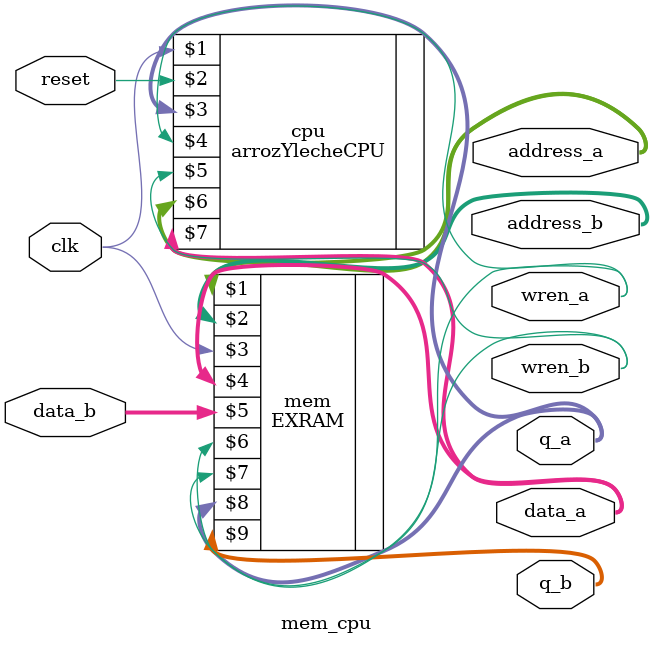
<source format=v>
module mem_cpu(
	clk,
	reset,
	wren_a,
	wren_b,
	address_a,
    address_b,
	data_a,
    data_b,
	q_a,
	q_b
);

input clk , reset;
input [15:0] data_b;
output wren_a,wren_b;
output [15:0] address_a, address_b,data_a,q_a,q_b;
// instantiate devices to be tested 
// wire nonclk = ~clk;

EXRAM mem(
	address_a,
	address_b,
	clk,
	data_a,
	data_b,
	wren_a,
	wren_b,
	q_a,
	q_b);

arrozYlecheCPU cpu 
   (clk,                  // 50MHz clock
    reset,                // active-low reset
    q_a,        // data that is read from memory
    wren_a,  
    wren_b,           // write-enable to memory
    address_a,           // address to memory
    data_a      // write data to memory
    );

endmodule

</source>
